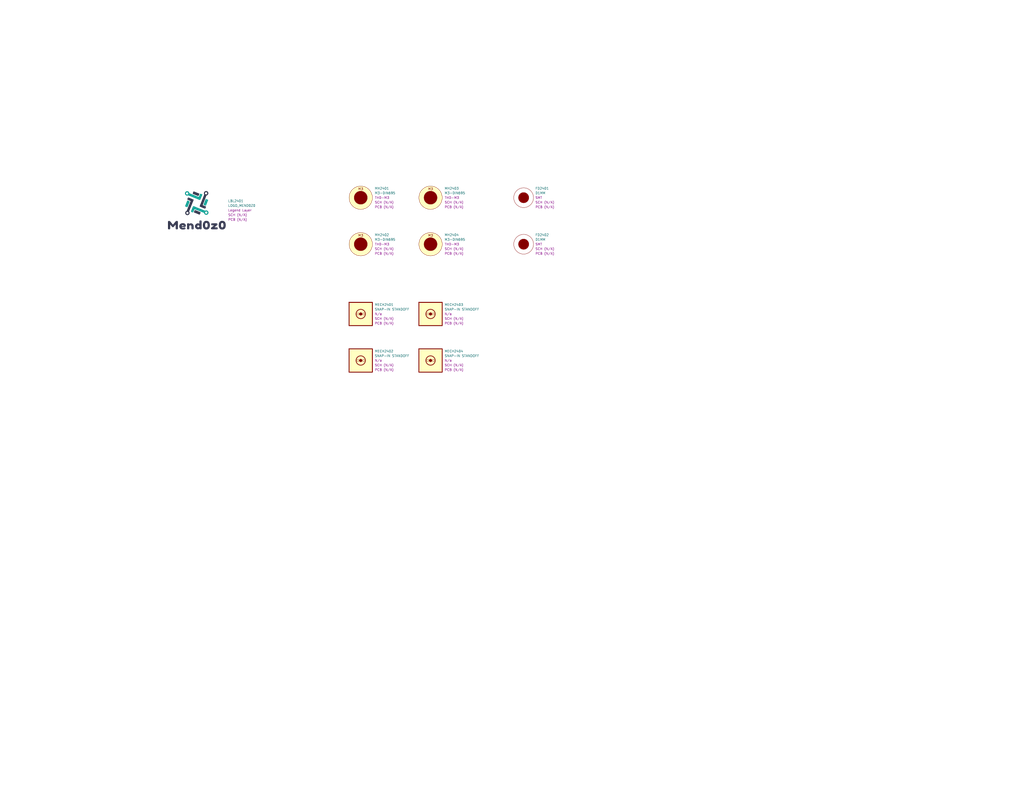
<source format=kicad_sch>
(kicad_sch (version 20231120) (generator "eeschema") (generator_version "8.0")
  (paper "C")
  (title_block (comment 2 "RELEASED"))
  (lib_symbols
    (symbol "_SCHLIB_ESP32-IsoLink:MECH_FD_CIRCLE_MASK D2MM_COPPER_D1MM_SMT" (exclude_from_sim yes) (in_bom no)
      (property "Reference" "FD" (at 2.794 3.81 0))
      (property "Value" "D1MM" (at 2.794 6.096 0))
      (property "Package" "SMT" (at 2.794 11.43 0))
      (property "SCH CHECK" "SCH (N/A)" (at 2.794 16.256 0))
      (property "PCB CHECk" "PCB (N/A)" (at 2.794 19.05 0))
    )
    (symbol "_SCHLIB_ESP32-IsoLink:MECH_LABEL_LOGO_MEND0Z0_B/W_LEGEND LAYER" (exclude_from_sim yes) (in_bom no)
      (property "Reference" "LBL" (at 2.794 3.81 0))
      (property "Value" "LOGO_MEND0Z0" (at 2.794 6.096 0))
      (property "Package" "Legend Layer" (at 2.794 11.43 0))
      (property "SCH CHECK" "SCH (N/A)" (at 2.794 16.256 0))
      (property "PCB CHECk" "PCB (N/A)" (at 2.794 19.05 0))
    )
    (symbol "_SCHLIB_ESP32-IsoLink:MECH_MOUNTING HOLE_WITHOUT NET_M3_DIN695" (exclude_from_sim yes) (in_bom no)
      (property "Reference" "MH" (at 2.794 3.81 0))
      (property "Value" "M3-DIN695" (at 2.794 6.096 0))
      (property "Package" "THD-M3" (at 2.794 11.43 0))
      (property "SCH CHECK" "SCH (N/A)" (at 2.794 16.256 0))
      (property "PCB CHECk" "PCB (N/A)" (at 2.794 19.05 0))
      (symbol "MECH_MOUNTING HOLE_WITHOUT NET_M3_DIN695_1_1"
        (text "M3" (at 6.35 -1.524 0) (effects (font (size 1.27 1.27))))
      )
    )
    (symbol "_SCHLIB_ESP32-IsoLink:MECH_STANDOFF_SNAP-IN_ADHESIVEBACK_0.37{dblquote} HEIGHT_M3" (exclude_from_sim yes)
      (property "Reference" "MECH" (at 2.794 3.81 0))
      (property "Value" "SNAP-IN STANDOFF" (at 2.794 6.096 0))
      (property "Package" "N/a" (at 2.794 11.43 0))
      (property "SCH CHECK" "SCH (N/A)" (at 2.794 16.256 0))
      (property "PCB CHECk" "PCB (N/A)" (at 2.794 19.05 0))
    )
  )
  (symbol (lib_id "_SCHLIB_ESP32-IsoLink:MECH_LABEL_LOGO_MEND0Z0_B/W_LEGEND LAYER") (at 91.44 102.87 0) (unit 1) (exclude_from_sim yes) (in_bom no)
    (property "Reference" "LBL2401" (at 124.46 109.741 0) (effects (justify left)))
    (property "Value" "LOGO_MEND0Z0" (at 124.46 112.281 0) (effects (justify left)))
    (property "Footprint" "_PCBLIB_ESP32-IsoLink:Label_Logo_Mend0z0" (effects (hide yes)))
    (property "Datasheet" "Datasheet" (effects (hide yes)))
    (property "Description" "Mend0z0 Logo - Black/White - Legend Layer - 4x6MM" (effects (hide yes)))
    (property "Package" "Legend Layer" (at 124.46 114.821 0) (effects (justify left)))
    (property "Manufacturer 1" "Manufacturer 1" (effects (hide yes)))
    (property "MPN 1" "MPN 1" (effects (hide yes)))
    (property "Vendor 1 Part# - TR" "Vendor 1 P# - TR" (effects (hide yes)))
    (property "Vendor 1 Part# - CT" "Vendor 1 P# - CT" (effects (hide yes)))
    (property "Vendor 1" "Vendor 1" (effects (hide yes)))
    (property "Purchase Link 1" "PLink - 1" (effects (hide yes)))
    (property "Manufacturer 2" "Manufacturer 2" (effects (hide yes)))
    (property "MPN 2" "MPN 2" (effects (hide yes)))
    (property "Vendor 2 Part# - TR" "Vendor 2 P# - TR" (effects (hide yes)))
    (property "Vendor 2 Part# - CT" "Vendor 2 P# - CT" (effects (hide yes)))
    (property "Vendor 2" "Vendor 2" (effects (hide yes)))
    (property "Purchase Link 2" "PLink - 2" (effects (hide yes)))
    (property "SCH CHECK" "SCH (N/A)" (at 124.46 117.361 0) (effects (justify left)))
    (property "PCB CHECk" "PCB (N/A)" (at 124.46 119.901 0) (effects (justify left)))
  )
  (symbol (lib_id "_SCHLIB_ESP32-IsoLink:MECH_MOUNTING HOLE_WITHOUT NET_M3_DIN695") (at 228.6 101.6 0) (unit 1) (exclude_from_sim yes) (in_bom no)
    (property "Reference" "MH2403" (at 242.57 102.8699 0) (effects (justify left)))
    (property "Value" "M3-DIN695" (at 242.57 105.4099 0) (effects (justify left)))
    (property "Footprint" "_PCBLIB_ESP32-IsoLink:MountingHole_3.2mm_M3_DIN965" (effects (hide yes)))
    (property "Datasheet" "Datasheet" (effects (hide yes)))
    (property "Description" "Mounting Hole 3.2mm, no annular, M3, DIN965" (effects (hide yes)))
    (property "Package" "THD-M3" (at 242.57 107.9499 0) (effects (justify left)))
    (property "Manufacturer 1" "Manufacturer 1" (effects (hide yes)))
    (property "MPN 1" "MPN 1" (effects (hide yes)))
    (property "Vendor 1 Part# - TR" "Vendor 1 P# - TR" (effects (hide yes)))
    (property "Vendor 1 Part# - CT" "Vendor 1 P# - CT" (effects (hide yes)))
    (property "Vendor 1" "Vendor 1" (effects (hide yes)))
    (property "Purchase Link 1" "PLink - 1" (effects (hide yes)))
    (property "Manufacturer 2" "Manufacturer 2" (effects (hide yes)))
    (property "MPN 2" "MPN 2" (effects (hide yes)))
    (property "Vendor 2 Part# - TR" "Vendor 2 P# - TR" (effects (hide yes)))
    (property "Vendor 2 Part# - CT" "Vendor 2 P# - CT" (effects (hide yes)))
    (property "Vendor 2" "Vendor 2" (effects (hide yes)))
    (property "Purchase Link 2" "PLink - 2" (effects (hide yes)))
    (property "SCH CHECK" "SCH (N/A)" (at 242.57 110.4899 0) (effects (justify left)))
    (property "PCB CHECk" "PCB (N/A)" (at 242.57 113.0299 0) (effects (justify left)))
  )
  (symbol (lib_id "_SCHLIB_ESP32-IsoLink:MECH_STANDOFF_SNAP-IN_ADHESIVEBACK_0.37{dblquote} HEIGHT_M3") (at 228.6 190.5 0) (unit 1) (exclude_from_sim yes)
    (property "Reference" "MECH2404" (at 242.57 191.7699 0) (effects (justify left)))
    (property "Value" "SNAP-IN STANDOFF" (at 242.57 194.3099 0) (effects (justify left)))
    (property "Footprint" "_PCBLIB_ESP32-IsoLink:Adhesive back Snap-in Standoff - M3" (effects (hide yes)))
    (property "Datasheet" "https://www.amazon.ca/PATIKIL-Adhesive-Standoffs-Supporting-Insulated/dp/B0C7QQRTND/ref=sr_1_10?crid=8OWVNB6Q89IO&dib=eyJ2IjoiMSJ9.G6U3RsvW44eJ24K6bks3LYWOwOBKI-xum-5cqJrzIeRjbSetdEgO6zD6DaEW-LxdjddSwpWHqJBCb9z8YMYi-CH4Sxv8o47S8NaQ9lvEntBWcNzeWOvdVkYNL9QoIjm-PX6ILZexz78t10lxd4h7_J8lb4muaXWsVDKdEwBBv0WUOh6eFKN5PGtXHH1WkYPOkrmSkQbbu8MSpoXk8rcd5Td4c-ucb0DtB4gGRS-slZQn2Wc0DebPnadTOK7lR-nCgQXk4JOUKLsIQWP_iFr_KaDHL30hxPV9nSW6h9Bit1cyMnSTqW44_XY9HkVm-nYJuDkyZpocr4yHRH0ex5KTCnc1_dKX-lGPnwWug0KrsLOt3h9l-osUV-LXwNz--OZRkklOy3BbpfPShg-HSKrab42SUyzyXp1kgBw8XI9LoM8.sw10wPcN3D4u6RziRoj47gKvfxRZN6hir4li2f0AGl8&dib_tag=se&keywords=adhesive%2Bback%2Bsnap-in%2Bstandoff&qid=1735129748&sprefix=adhessive%2Bback%2Bsnap-in%2Bstandoff%2Caps%2C73&sr=8-10&th=1" (effects (hide yes)))
    (property "Description" "Adhesive Standoffs 0.37\" Supporting Height" (effects (hide yes)))
    (property "Package" "N/a" (at 242.57 196.8499 0) (effects (justify left)))
    (property "Manufacturer 1" "PATIKIL" (effects (hide yes)))
    (property "MPN 1" " ‎pta230330tt0350" (effects (hide yes)))
    (property "Vendor 1 Part# - TR" "B0C7QQRTND" (effects (hide yes)))
    (property "Vendor 1 Part# - CT" "B0C7QQRTND" (effects (hide yes)))
    (property "Vendor 1" "Amazon" (effects (hide yes)))
    (property "Purchase Link 1" "https://www.amazon.ca/PATIKIL-Adhesive-Standoffs-Supporting-Insulated/dp/B0C7QQRTND/ref=sr_1_10?crid=8OWVNB6Q89IO&dib=eyJ2IjoiMSJ9.G6U3RsvW44eJ24K6bks3LYWOwOBKI-xum-5cqJrzIeRjbSetdEgO6zD6DaEW-LxdjddSwpWHqJBCb9z8YMYi-CH4Sxv8o47S8NaQ9lvEntBWcNzeWOvdVkYNL9QoIjm-PX6ILZexz78t10lxd4h7_J8lb4muaXWsVDKdEwBBv0WUOh6eFKN5PGtXHH1WkYPOkrmSkQbbu8MSpoXk8rcd5Td4c-ucb0DtB4gGRS-slZQn2Wc0DebPnadTOK7lR-nCgQXk4JOUKLsIQWP_iFr_KaDHL30hxPV9nSW6h9Bit1cyMnSTqW44_XY9HkVm-nYJuDkyZpocr4yHRH0ex5KTCnc1_dKX-lGPnwWug0KrsLOt3h9l-osUV-LXwNz--OZRkklOy3BbpfPShg-HSKrab42SUyzyXp1kgBw8XI9LoM8.sw10wPcN3D4u6RziRoj47gKvfxRZN6hir4li2f0AGl8&dib_tag=se&keywords=adhesive%2Bback%2Bsnap-in%2Bstandoff&qid=1735129748&sprefix=adhessive%2Bback%2Bsnap-in%2Bstandoff%2Caps%2C73&sr=8-10&th=1" (effects (hide yes)))
    (property "Manufacturer 2" "Manufacturer 2" (effects (hide yes)))
    (property "MPN 2" "MPN 2" (effects (hide yes)))
    (property "Vendor 2 Part# - TR" "Vendor 2 P# - TR" (effects (hide yes)))
    (property "Vendor 2 Part# - CT" "Vendor 2 P# - CT" (effects (hide yes)))
    (property "Vendor 2" "Vendor 2" (effects (hide yes)))
    (property "Purchase Link 2" "PLink - 2" (effects (hide yes)))
    (property "SCH CHECK" "SCH (N/A)" (at 242.57 199.3899 0) (effects (justify left)))
    (property "PCB CHECk" "PCB (N/A)" (at 242.57 201.9299 0) (effects (justify left)))
  )
  (symbol (lib_id "_SCHLIB_ESP32-IsoLink:MECH_MOUNTING HOLE_WITHOUT NET_M3_DIN695") (at 190.5 101.6 0) (unit 1) (exclude_from_sim yes) (in_bom no)
    (property "Reference" "MH2401" (at 204.47 102.8699 0) (effects (justify left)))
    (property "Value" "M3-DIN695" (at 204.47 105.4099 0) (effects (justify left)))
    (property "Footprint" "_PCBLIB_ESP32-IsoLink:MountingHole_3.2mm_M3_DIN965" (effects (hide yes)))
    (property "Datasheet" "Datasheet" (effects (hide yes)))
    (property "Description" "Mounting Hole 3.2mm, no annular, M3, DIN965" (effects (hide yes)))
    (property "Package" "THD-M3" (at 204.47 107.9499 0) (effects (justify left)))
    (property "Manufacturer 1" "Manufacturer 1" (effects (hide yes)))
    (property "MPN 1" "MPN 1" (effects (hide yes)))
    (property "Vendor 1 Part# - TR" "Vendor 1 P# - TR" (effects (hide yes)))
    (property "Vendor 1 Part# - CT" "Vendor 1 P# - CT" (effects (hide yes)))
    (property "Vendor 1" "Vendor 1" (effects (hide yes)))
    (property "Purchase Link 1" "PLink - 1" (effects (hide yes)))
    (property "Manufacturer 2" "Manufacturer 2" (effects (hide yes)))
    (property "MPN 2" "MPN 2" (effects (hide yes)))
    (property "Vendor 2 Part# - TR" "Vendor 2 P# - TR" (effects (hide yes)))
    (property "Vendor 2 Part# - CT" "Vendor 2 P# - CT" (effects (hide yes)))
    (property "Vendor 2" "Vendor 2" (effects (hide yes)))
    (property "Purchase Link 2" "PLink - 2" (effects (hide yes)))
    (property "SCH CHECK" "SCH (N/A)" (at 204.47 110.4899 0) (effects (justify left)))
    (property "PCB CHECk" "PCB (N/A)" (at 204.47 113.0299 0) (effects (justify left)))
  )
  (symbol (lib_id "_SCHLIB_ESP32-IsoLink:MECH_STANDOFF_SNAP-IN_ADHESIVEBACK_0.37{dblquote} HEIGHT_M3") (at 190.5 165.1 0) (unit 1) (exclude_from_sim yes)
    (property "Reference" "MECH2401" (at 204.47 166.3699 0) (effects (justify left)))
    (property "Value" "SNAP-IN STANDOFF" (at 204.47 168.9099 0) (effects (justify left)))
    (property "Footprint" "_PCBLIB_ESP32-IsoLink:Adhesive back Snap-in Standoff - M3" (effects (hide yes)))
    (property "Datasheet" "https://www.amazon.ca/PATIKIL-Adhesive-Standoffs-Supporting-Insulated/dp/B0C7QQRTND/ref=sr_1_10?crid=8OWVNB6Q89IO&dib=eyJ2IjoiMSJ9.G6U3RsvW44eJ24K6bks3LYWOwOBKI-xum-5cqJrzIeRjbSetdEgO6zD6DaEW-LxdjddSwpWHqJBCb9z8YMYi-CH4Sxv8o47S8NaQ9lvEntBWcNzeWOvdVkYNL9QoIjm-PX6ILZexz78t10lxd4h7_J8lb4muaXWsVDKdEwBBv0WUOh6eFKN5PGtXHH1WkYPOkrmSkQbbu8MSpoXk8rcd5Td4c-ucb0DtB4gGRS-slZQn2Wc0DebPnadTOK7lR-nCgQXk4JOUKLsIQWP_iFr_KaDHL30hxPV9nSW6h9Bit1cyMnSTqW44_XY9HkVm-nYJuDkyZpocr4yHRH0ex5KTCnc1_dKX-lGPnwWug0KrsLOt3h9l-osUV-LXwNz--OZRkklOy3BbpfPShg-HSKrab42SUyzyXp1kgBw8XI9LoM8.sw10wPcN3D4u6RziRoj47gKvfxRZN6hir4li2f0AGl8&dib_tag=se&keywords=adhesive%2Bback%2Bsnap-in%2Bstandoff&qid=1735129748&sprefix=adhessive%2Bback%2Bsnap-in%2Bstandoff%2Caps%2C73&sr=8-10&th=1" (effects (hide yes)))
    (property "Description" "Adhesive Standoffs 0.37\" Supporting Height" (effects (hide yes)))
    (property "Package" "N/a" (at 204.47 171.4499 0) (effects (justify left)))
    (property "Manufacturer 1" "PATIKIL" (effects (hide yes)))
    (property "MPN 1" " ‎pta230330tt0350" (effects (hide yes)))
    (property "Vendor 1 Part# - TR" "B0C7QQRTND" (effects (hide yes)))
    (property "Vendor 1 Part# - CT" "B0C7QQRTND" (effects (hide yes)))
    (property "Vendor 1" "Amazon" (effects (hide yes)))
    (property "Purchase Link 1" "https://www.amazon.ca/PATIKIL-Adhesive-Standoffs-Supporting-Insulated/dp/B0C7QQRTND/ref=sr_1_10?crid=8OWVNB6Q89IO&dib=eyJ2IjoiMSJ9.G6U3RsvW44eJ24K6bks3LYWOwOBKI-xum-5cqJrzIeRjbSetdEgO6zD6DaEW-LxdjddSwpWHqJBCb9z8YMYi-CH4Sxv8o47S8NaQ9lvEntBWcNzeWOvdVkYNL9QoIjm-PX6ILZexz78t10lxd4h7_J8lb4muaXWsVDKdEwBBv0WUOh6eFKN5PGtXHH1WkYPOkrmSkQbbu8MSpoXk8rcd5Td4c-ucb0DtB4gGRS-slZQn2Wc0DebPnadTOK7lR-nCgQXk4JOUKLsIQWP_iFr_KaDHL30hxPV9nSW6h9Bit1cyMnSTqW44_XY9HkVm-nYJuDkyZpocr4yHRH0ex5KTCnc1_dKX-lGPnwWug0KrsLOt3h9l-osUV-LXwNz--OZRkklOy3BbpfPShg-HSKrab42SUyzyXp1kgBw8XI9LoM8.sw10wPcN3D4u6RziRoj47gKvfxRZN6hir4li2f0AGl8&dib_tag=se&keywords=adhesive%2Bback%2Bsnap-in%2Bstandoff&qid=1735129748&sprefix=adhessive%2Bback%2Bsnap-in%2Bstandoff%2Caps%2C73&sr=8-10&th=1" (effects (hide yes)))
    (property "Manufacturer 2" "Manufacturer 2" (effects (hide yes)))
    (property "MPN 2" "MPN 2" (effects (hide yes)))
    (property "Vendor 2 Part# - TR" "Vendor 2 P# - TR" (effects (hide yes)))
    (property "Vendor 2 Part# - CT" "Vendor 2 P# - CT" (effects (hide yes)))
    (property "Vendor 2" "Vendor 2" (effects (hide yes)))
    (property "Purchase Link 2" "PLink - 2" (effects (hide yes)))
    (property "SCH CHECK" "SCH (N/A)" (at 204.47 173.9899 0) (effects (justify left)))
    (property "PCB CHECk" "PCB (N/A)" (at 204.47 176.5299 0) (effects (justify left)))
  )
  (symbol (lib_id "_SCHLIB_ESP32-IsoLink:MECH_STANDOFF_SNAP-IN_ADHESIVEBACK_0.37{dblquote} HEIGHT_M3") (at 190.5 190.5 0) (unit 1) (exclude_from_sim yes)
    (property "Reference" "MECH2402" (at 204.47 191.7699 0) (effects (justify left)))
    (property "Value" "SNAP-IN STANDOFF" (at 204.47 194.3099 0) (effects (justify left)))
    (property "Footprint" "_PCBLIB_ESP32-IsoLink:Adhesive back Snap-in Standoff - M3" (effects (hide yes)))
    (property "Datasheet" "https://www.amazon.ca/PATIKIL-Adhesive-Standoffs-Supporting-Insulated/dp/B0C7QQRTND/ref=sr_1_10?crid=8OWVNB6Q89IO&dib=eyJ2IjoiMSJ9.G6U3RsvW44eJ24K6bks3LYWOwOBKI-xum-5cqJrzIeRjbSetdEgO6zD6DaEW-LxdjddSwpWHqJBCb9z8YMYi-CH4Sxv8o47S8NaQ9lvEntBWcNzeWOvdVkYNL9QoIjm-PX6ILZexz78t10lxd4h7_J8lb4muaXWsVDKdEwBBv0WUOh6eFKN5PGtXHH1WkYPOkrmSkQbbu8MSpoXk8rcd5Td4c-ucb0DtB4gGRS-slZQn2Wc0DebPnadTOK7lR-nCgQXk4JOUKLsIQWP_iFr_KaDHL30hxPV9nSW6h9Bit1cyMnSTqW44_XY9HkVm-nYJuDkyZpocr4yHRH0ex5KTCnc1_dKX-lGPnwWug0KrsLOt3h9l-osUV-LXwNz--OZRkklOy3BbpfPShg-HSKrab42SUyzyXp1kgBw8XI9LoM8.sw10wPcN3D4u6RziRoj47gKvfxRZN6hir4li2f0AGl8&dib_tag=se&keywords=adhesive%2Bback%2Bsnap-in%2Bstandoff&qid=1735129748&sprefix=adhessive%2Bback%2Bsnap-in%2Bstandoff%2Caps%2C73&sr=8-10&th=1" (effects (hide yes)))
    (property "Description" "Adhesive Standoffs 0.37\" Supporting Height" (effects (hide yes)))
    (property "Package" "N/a" (at 204.47 196.8499 0) (effects (justify left)))
    (property "Manufacturer 1" "PATIKIL" (effects (hide yes)))
    (property "MPN 1" " ‎pta230330tt0350" (effects (hide yes)))
    (property "Vendor 1 Part# - TR" "B0C7QQRTND" (effects (hide yes)))
    (property "Vendor 1 Part# - CT" "B0C7QQRTND" (effects (hide yes)))
    (property "Vendor 1" "Amazon" (effects (hide yes)))
    (property "Purchase Link 1" "https://www.amazon.ca/PATIKIL-Adhesive-Standoffs-Supporting-Insulated/dp/B0C7QQRTND/ref=sr_1_10?crid=8OWVNB6Q89IO&dib=eyJ2IjoiMSJ9.G6U3RsvW44eJ24K6bks3LYWOwOBKI-xum-5cqJrzIeRjbSetdEgO6zD6DaEW-LxdjddSwpWHqJBCb9z8YMYi-CH4Sxv8o47S8NaQ9lvEntBWcNzeWOvdVkYNL9QoIjm-PX6ILZexz78t10lxd4h7_J8lb4muaXWsVDKdEwBBv0WUOh6eFKN5PGtXHH1WkYPOkrmSkQbbu8MSpoXk8rcd5Td4c-ucb0DtB4gGRS-slZQn2Wc0DebPnadTOK7lR-nCgQXk4JOUKLsIQWP_iFr_KaDHL30hxPV9nSW6h9Bit1cyMnSTqW44_XY9HkVm-nYJuDkyZpocr4yHRH0ex5KTCnc1_dKX-lGPnwWug0KrsLOt3h9l-osUV-LXwNz--OZRkklOy3BbpfPShg-HSKrab42SUyzyXp1kgBw8XI9LoM8.sw10wPcN3D4u6RziRoj47gKvfxRZN6hir4li2f0AGl8&dib_tag=se&keywords=adhesive%2Bback%2Bsnap-in%2Bstandoff&qid=1735129748&sprefix=adhessive%2Bback%2Bsnap-in%2Bstandoff%2Caps%2C73&sr=8-10&th=1" (effects (hide yes)))
    (property "Manufacturer 2" "Manufacturer 2" (effects (hide yes)))
    (property "MPN 2" "MPN 2" (effects (hide yes)))
    (property "Vendor 2 Part# - TR" "Vendor 2 P# - TR" (effects (hide yes)))
    (property "Vendor 2 Part# - CT" "Vendor 2 P# - CT" (effects (hide yes)))
    (property "Vendor 2" "Vendor 2" (effects (hide yes)))
    (property "Purchase Link 2" "PLink - 2" (effects (hide yes)))
    (property "SCH CHECK" "SCH (N/A)" (at 204.47 199.3899 0) (effects (justify left)))
    (property "PCB CHECk" "PCB (N/A)" (at 204.47 201.9299 0) (effects (justify left)))
  )
  (symbol (lib_id "_SCHLIB_ESP32-IsoLink:MECH_FD_CIRCLE_MASK D2MM_COPPER_D1MM_SMT") (at 279.4 127 0) (unit 1) (exclude_from_sim yes) (in_bom no)
    (property "Reference" "FD2402" (at 292.1 128.2699 0) (effects (justify left)))
    (property "Value" "D1MM" (at 292.1 130.8099 0) (effects (justify left)))
    (property "Footprint" "_PCBLIB_ESP32-IsoLink:Fiducial_1mm_Mask2mm" (effects (hide yes)))
    (property "Datasheet" "Datasheet" (effects (hide yes)))
    (property "Description" "Circular Fiducial, 1mm bare copper, 2mm soldermask opening (Level A)" (effects (hide yes)))
    (property "Package" "SMT" (at 292.1 133.3499 0) (effects (justify left)))
    (property "Manufacturer 1" "Manufacturer 1" (effects (hide yes)))
    (property "MPN 1" "MPN 1" (effects (hide yes)))
    (property "Vendor 1 Part# - TR" "Vendor 1 P# - TR" (effects (hide yes)))
    (property "Vendor 1 Part# - CT" "Vendor 1 P# - CT" (effects (hide yes)))
    (property "Vendor 1" "Vendor 1" (effects (hide yes)))
    (property "Purchase Link 1" "PLink - 1" (effects (hide yes)))
    (property "Manufacturer 2" "Manufacturer 2" (effects (hide yes)))
    (property "MPN 2" "MPN 2" (effects (hide yes)))
    (property "Vendor 2 Part# - TR" "Vendor 2 P# - TR" (effects (hide yes)))
    (property "Vendor 2 Part# - CT" "Vendor 2 P# - CT" (effects (hide yes)))
    (property "Vendor 2" "Vendor 2" (effects (hide yes)))
    (property "Purchase Link 2" "PLink - 2" (effects (hide yes)))
    (property "SCH CHECK" "SCH (N/A)" (at 292.1 135.8899 0) (effects (justify left)))
    (property "PCB CHECk" "PCB (N/A)" (at 292.1 138.4299 0) (effects (justify left)))
  )
  (symbol (lib_id "_SCHLIB_ESP32-IsoLink:MECH_STANDOFF_SNAP-IN_ADHESIVEBACK_0.37{dblquote} HEIGHT_M3") (at 228.6 165.1 0) (unit 1) (exclude_from_sim yes)
    (property "Reference" "MECH2403" (at 242.57 166.3699 0) (effects (justify left)))
    (property "Value" "SNAP-IN STANDOFF" (at 242.57 168.9099 0) (effects (justify left)))
    (property "Footprint" "_PCBLIB_ESP32-IsoLink:Adhesive back Snap-in Standoff - M3" (effects (hide yes)))
    (property "Datasheet" "https://www.amazon.ca/PATIKIL-Adhesive-Standoffs-Supporting-Insulated/dp/B0C7QQRTND/ref=sr_1_10?crid=8OWVNB6Q89IO&dib=eyJ2IjoiMSJ9.G6U3RsvW44eJ24K6bks3LYWOwOBKI-xum-5cqJrzIeRjbSetdEgO6zD6DaEW-LxdjddSwpWHqJBCb9z8YMYi-CH4Sxv8o47S8NaQ9lvEntBWcNzeWOvdVkYNL9QoIjm-PX6ILZexz78t10lxd4h7_J8lb4muaXWsVDKdEwBBv0WUOh6eFKN5PGtXHH1WkYPOkrmSkQbbu8MSpoXk8rcd5Td4c-ucb0DtB4gGRS-slZQn2Wc0DebPnadTOK7lR-nCgQXk4JOUKLsIQWP_iFr_KaDHL30hxPV9nSW6h9Bit1cyMnSTqW44_XY9HkVm-nYJuDkyZpocr4yHRH0ex5KTCnc1_dKX-lGPnwWug0KrsLOt3h9l-osUV-LXwNz--OZRkklOy3BbpfPShg-HSKrab42SUyzyXp1kgBw8XI9LoM8.sw10wPcN3D4u6RziRoj47gKvfxRZN6hir4li2f0AGl8&dib_tag=se&keywords=adhesive%2Bback%2Bsnap-in%2Bstandoff&qid=1735129748&sprefix=adhessive%2Bback%2Bsnap-in%2Bstandoff%2Caps%2C73&sr=8-10&th=1" (effects (hide yes)))
    (property "Description" "Adhesive Standoffs 0.37\" Supporting Height" (effects (hide yes)))
    (property "Package" "N/a" (at 242.57 171.4499 0) (effects (justify left)))
    (property "Manufacturer 1" "PATIKIL" (effects (hide yes)))
    (property "MPN 1" " ‎pta230330tt0350" (effects (hide yes)))
    (property "Vendor 1 Part# - TR" "B0C7QQRTND" (effects (hide yes)))
    (property "Vendor 1 Part# - CT" "B0C7QQRTND" (effects (hide yes)))
    (property "Vendor 1" "Amazon" (effects (hide yes)))
    (property "Purchase Link 1" "https://www.amazon.ca/PATIKIL-Adhesive-Standoffs-Supporting-Insulated/dp/B0C7QQRTND/ref=sr_1_10?crid=8OWVNB6Q89IO&dib=eyJ2IjoiMSJ9.G6U3RsvW44eJ24K6bks3LYWOwOBKI-xum-5cqJrzIeRjbSetdEgO6zD6DaEW-LxdjddSwpWHqJBCb9z8YMYi-CH4Sxv8o47S8NaQ9lvEntBWcNzeWOvdVkYNL9QoIjm-PX6ILZexz78t10lxd4h7_J8lb4muaXWsVDKdEwBBv0WUOh6eFKN5PGtXHH1WkYPOkrmSkQbbu8MSpoXk8rcd5Td4c-ucb0DtB4gGRS-slZQn2Wc0DebPnadTOK7lR-nCgQXk4JOUKLsIQWP_iFr_KaDHL30hxPV9nSW6h9Bit1cyMnSTqW44_XY9HkVm-nYJuDkyZpocr4yHRH0ex5KTCnc1_dKX-lGPnwWug0KrsLOt3h9l-osUV-LXwNz--OZRkklOy3BbpfPShg-HSKrab42SUyzyXp1kgBw8XI9LoM8.sw10wPcN3D4u6RziRoj47gKvfxRZN6hir4li2f0AGl8&dib_tag=se&keywords=adhesive%2Bback%2Bsnap-in%2Bstandoff&qid=1735129748&sprefix=adhessive%2Bback%2Bsnap-in%2Bstandoff%2Caps%2C73&sr=8-10&th=1" (effects (hide yes)))
    (property "Manufacturer 2" "Manufacturer 2" (effects (hide yes)))
    (property "MPN 2" "MPN 2" (effects (hide yes)))
    (property "Vendor 2 Part# - TR" "Vendor 2 P# - TR" (effects (hide yes)))
    (property "Vendor 2 Part# - CT" "Vendor 2 P# - CT" (effects (hide yes)))
    (property "Vendor 2" "Vendor 2" (effects (hide yes)))
    (property "Purchase Link 2" "PLink - 2" (effects (hide yes)))
    (property "SCH CHECK" "SCH (N/A)" (at 242.57 173.9899 0) (effects (justify left)))
    (property "PCB CHECk" "PCB (N/A)" (at 242.57 176.5299 0) (effects (justify left)))
  )
  (symbol (lib_id "_SCHLIB_ESP32-IsoLink:MECH_FD_CIRCLE_MASK D2MM_COPPER_D1MM_SMT") (at 279.4 101.6 0) (unit 1) (exclude_from_sim yes) (in_bom no)
    (property "Reference" "FD2401" (at 292.1 102.8699 0) (effects (justify left)))
    (property "Value" "D1MM" (at 292.1 105.4099 0) (effects (justify left)))
    (property "Footprint" "_PCBLIB_ESP32-IsoLink:Fiducial_1mm_Mask2mm" (effects (hide yes)))
    (property "Datasheet" "Datasheet" (effects (hide yes)))
    (property "Description" "Circular Fiducial, 1mm bare copper, 2mm soldermask opening (Level A)" (effects (hide yes)))
    (property "Package" "SMT" (at 292.1 107.9499 0) (effects (justify left)))
    (property "Manufacturer 1" "Manufacturer 1" (effects (hide yes)))
    (property "MPN 1" "MPN 1" (effects (hide yes)))
    (property "Vendor 1 Part# - TR" "Vendor 1 P# - TR" (effects (hide yes)))
    (property "Vendor 1 Part# - CT" "Vendor 1 P# - CT" (effects (hide yes)))
    (property "Vendor 1" "Vendor 1" (effects (hide yes)))
    (property "Purchase Link 1" "PLink - 1" (effects (hide yes)))
    (property "Manufacturer 2" "Manufacturer 2" (effects (hide yes)))
    (property "MPN 2" "MPN 2" (effects (hide yes)))
    (property "Vendor 2 Part# - TR" "Vendor 2 P# - TR" (effects (hide yes)))
    (property "Vendor 2 Part# - CT" "Vendor 2 P# - CT" (effects (hide yes)))
    (property "Vendor 2" "Vendor 2" (effects (hide yes)))
    (property "Purchase Link 2" "PLink - 2" (effects (hide yes)))
    (property "SCH CHECK" "SCH (N/A)" (at 292.1 110.4899 0) (effects (justify left)))
    (property "PCB CHECk" "PCB (N/A)" (at 292.1 113.0299 0) (effects (justify left)))
  )
  (symbol (lib_id "_SCHLIB_ESP32-IsoLink:MECH_MOUNTING HOLE_WITHOUT NET_M3_DIN695") (at 228.6 127 0) (unit 1) (exclude_from_sim yes) (in_bom no)
    (property "Reference" "MH2404" (at 242.57 128.2699 0) (effects (justify left)))
    (property "Value" "M3-DIN695" (at 242.57 130.8099 0) (effects (justify left)))
    (property "Footprint" "_PCBLIB_ESP32-IsoLink:MountingHole_3.2mm_M3_DIN965" (effects (hide yes)))
    (property "Datasheet" "Datasheet" (effects (hide yes)))
    (property "Description" "Mounting Hole 3.2mm, no annular, M3, DIN965" (effects (hide yes)))
    (property "Package" "THD-M3" (at 242.57 133.3499 0) (effects (justify left)))
    (property "Manufacturer 1" "Manufacturer 1" (effects (hide yes)))
    (property "MPN 1" "MPN 1" (effects (hide yes)))
    (property "Vendor 1 Part# - TR" "Vendor 1 P# - TR" (effects (hide yes)))
    (property "Vendor 1 Part# - CT" "Vendor 1 P# - CT" (effects (hide yes)))
    (property "Vendor 1" "Vendor 1" (effects (hide yes)))
    (property "Purchase Link 1" "PLink - 1" (effects (hide yes)))
    (property "Manufacturer 2" "Manufacturer 2" (effects (hide yes)))
    (property "MPN 2" "MPN 2" (effects (hide yes)))
    (property "Vendor 2 Part# - TR" "Vendor 2 P# - TR" (effects (hide yes)))
    (property "Vendor 2 Part# - CT" "Vendor 2 P# - CT" (effects (hide yes)))
    (property "Vendor 2" "Vendor 2" (effects (hide yes)))
    (property "Purchase Link 2" "PLink - 2" (effects (hide yes)))
    (property "SCH CHECK" "SCH (N/A)" (at 242.57 135.8899 0) (effects (justify left)))
    (property "PCB CHECk" "PCB (N/A)" (at 242.57 138.4299 0) (effects (justify left)))
  )
  (symbol (lib_id "_SCHLIB_ESP32-IsoLink:MECH_MOUNTING HOLE_WITHOUT NET_M3_DIN695") (at 190.5 127 0) (unit 1) (exclude_from_sim yes) (in_bom no)
    (property "Reference" "MH2402" (at 204.47 128.2699 0) (effects (justify left)))
    (property "Value" "M3-DIN695" (at 204.47 130.8099 0) (effects (justify left)))
    (property "Footprint" "_PCBLIB_ESP32-IsoLink:MountingHole_3.2mm_M3_DIN965" (effects (hide yes)))
    (property "Datasheet" "Datasheet" (effects (hide yes)))
    (property "Description" "Mounting Hole 3.2mm, no annular, M3, DIN965" (effects (hide yes)))
    (property "Package" "THD-M3" (at 204.47 133.3499 0) (effects (justify left)))
    (property "Manufacturer 1" "Manufacturer 1" (effects (hide yes)))
    (property "MPN 1" "MPN 1" (effects (hide yes)))
    (property "Vendor 1 Part# - TR" "Vendor 1 P# - TR" (effects (hide yes)))
    (property "Vendor 1 Part# - CT" "Vendor 1 P# - CT" (effects (hide yes)))
    (property "Vendor 1" "Vendor 1" (effects (hide yes)))
    (property "Purchase Link 1" "PLink - 1" (effects (hide yes)))
    (property "Manufacturer 2" "Manufacturer 2" (effects (hide yes)))
    (property "MPN 2" "MPN 2" (effects (hide yes)))
    (property "Vendor 2 Part# - TR" "Vendor 2 P# - TR" (effects (hide yes)))
    (property "Vendor 2 Part# - CT" "Vendor 2 P# - CT" (effects (hide yes)))
    (property "Vendor 2" "Vendor 2" (effects (hide yes)))
    (property "Purchase Link 2" "PLink - 2" (effects (hide yes)))
    (property "SCH CHECK" "SCH (N/A)" (at 204.47 135.8899 0) (effects (justify left)))
    (property "PCB CHECk" "PCB (N/A)" (at 204.47 138.4299 0) (effects (justify left)))
  )
)
</source>
